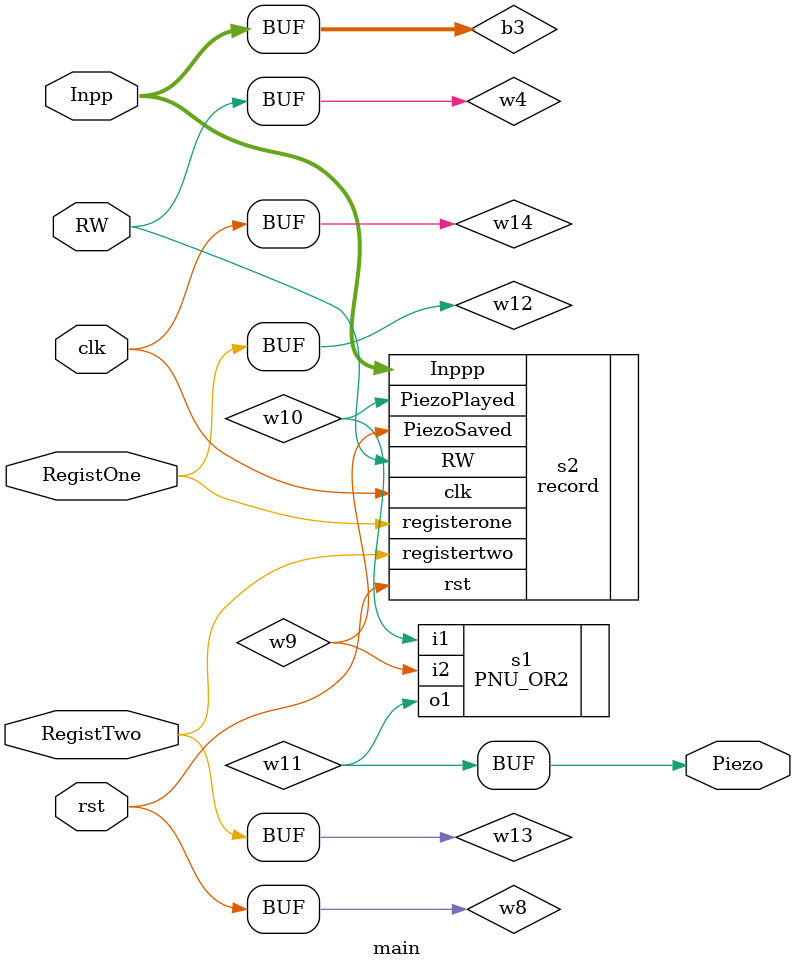
<source format=v>
module main(Inpp,RW,clk,rst,RegistOne,RegistTwo,Piezo);

input [7:0] Inpp;
input RW;
input clk;
input rst;
input RegistOne;
input RegistTwo;
output Piezo;

wire [7:0] b3;
wire  w4;
wire  w12;
wire  w13;
wire  w11;
wire  w9;
wire  w10;
wire  w14;
wire  w8;

assign b3 = Inpp;
assign w4 = RW;
assign w14 = clk;
assign w8 = rst;
assign w12 = RegistOne;
assign w13 = RegistTwo;
assign Piezo = w11;

PNU_OR2
     s1 (
      .o1(w11),
      .i2(w9),
      .i1(w10));

record
     s2 (
      .Inppp(b3),
      .RW(w4),
      .registerone(w12),
      .registertwo(w13),
      .PiezoSaved(w9),
      .PiezoPlayed(w10),
      .clk(w14),
      .rst(w8));

endmodule


</source>
